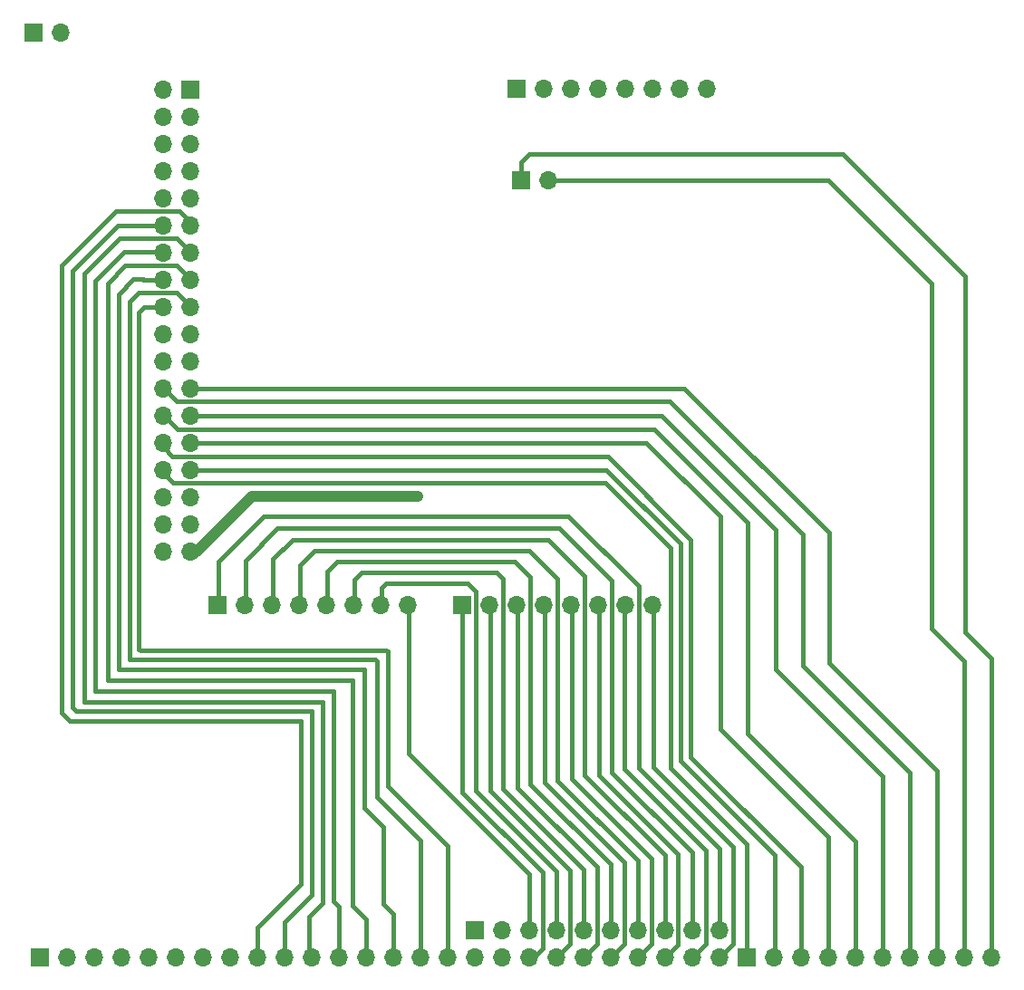
<source format=gbr>
%TF.GenerationSoftware,KiCad,Pcbnew,6.0.11+dfsg-1*%
%TF.CreationDate,2025-10-30T18:12:21+01:00*%
%TF.ProjectId,arduino,61726475-696e-46f2-9e6b-696361645f70,rev?*%
%TF.SameCoordinates,Original*%
%TF.FileFunction,Copper,L2,Bot*%
%TF.FilePolarity,Positive*%
%FSLAX46Y46*%
G04 Gerber Fmt 4.6, Leading zero omitted, Abs format (unit mm)*
G04 Created by KiCad (PCBNEW 6.0.11+dfsg-1) date 2025-10-30 18:12:21*
%MOMM*%
%LPD*%
G01*
G04 APERTURE LIST*
%TA.AperFunction,ComponentPad*%
%ADD10R,1.700000X1.700000*%
%TD*%
%TA.AperFunction,ComponentPad*%
%ADD11O,1.700000X1.700000*%
%TD*%
%TA.AperFunction,ViaPad*%
%ADD12C,1.000000*%
%TD*%
%TA.AperFunction,Conductor*%
%ADD13C,0.400000*%
%TD*%
%TA.AperFunction,Conductor*%
%ADD14C,1.000000*%
%TD*%
G04 APERTURE END LIST*
D10*
%TO.P,REF\u002A\u002A,1*%
%TO.N,N/C*%
X106822000Y-97892000D03*
D11*
%TO.P,REF\u002A\u002A,2*%
X109362000Y-97892000D03*
%TO.P,REF\u002A\u002A,3*%
X111902000Y-97892000D03*
%TO.P,REF\u002A\u002A,4*%
X114442000Y-97892000D03*
%TO.P,REF\u002A\u002A,5*%
X116982000Y-97892000D03*
%TO.P,REF\u002A\u002A,6*%
X119522000Y-97892000D03*
%TO.P,REF\u002A\u002A,7*%
X122062000Y-97892000D03*
%TO.P,REF\u002A\u002A,8*%
X124602000Y-97892000D03*
%TD*%
D10*
%TO.P,5V,1*%
%TO.N,N/C*%
X89611200Y-44348400D03*
D11*
%TO.P,5V,2*%
X92151200Y-44348400D03*
%TD*%
D10*
%TO.P,REF\u002A\u002A,1*%
%TO.N,N/C*%
X104287000Y-49672000D03*
D11*
%TO.P,REF\u002A\u002A,2*%
X101747000Y-49672000D03*
%TO.P,REF\u002A\u002A,3*%
X104287000Y-52212000D03*
%TO.P,REF\u002A\u002A,4*%
X101747000Y-52212000D03*
%TO.P,REF\u002A\u002A,5*%
X104287000Y-54752000D03*
%TO.P,REF\u002A\u002A,6*%
X101747000Y-54752000D03*
%TO.P,REF\u002A\u002A,7*%
X104287000Y-57292000D03*
%TO.P,REF\u002A\u002A,8*%
X101747000Y-57292000D03*
%TO.P,REF\u002A\u002A,9*%
X104287000Y-59832000D03*
%TO.P,REF\u002A\u002A,10*%
X101747000Y-59832000D03*
%TO.P,REF\u002A\u002A,11*%
X104287000Y-62372000D03*
%TO.P,REF\u002A\u002A,12*%
X101747000Y-62372000D03*
%TO.P,REF\u002A\u002A,13*%
X104287000Y-64912000D03*
%TO.P,REF\u002A\u002A,14*%
X101747000Y-64912000D03*
%TO.P,REF\u002A\u002A,15*%
X104287000Y-67452000D03*
%TO.P,REF\u002A\u002A,16*%
X101747000Y-67452000D03*
%TO.P,REF\u002A\u002A,17*%
X104287000Y-69992000D03*
%TO.P,REF\u002A\u002A,18*%
X101747000Y-69992000D03*
%TO.P,REF\u002A\u002A,19*%
X104287000Y-72532000D03*
%TO.P,REF\u002A\u002A,20*%
X101747000Y-72532000D03*
%TO.P,REF\u002A\u002A,21*%
X104287000Y-75072000D03*
%TO.P,REF\u002A\u002A,22*%
X101747000Y-75072000D03*
%TO.P,REF\u002A\u002A,23*%
X104287000Y-77612000D03*
%TO.P,REF\u002A\u002A,24*%
X101747000Y-77612000D03*
%TO.P,REF\u002A\u002A,25*%
X104287000Y-80152000D03*
%TO.P,REF\u002A\u002A,26*%
X101747000Y-80152000D03*
%TO.P,REF\u002A\u002A,27*%
X104287000Y-82692000D03*
%TO.P,REF\u002A\u002A,28*%
X101747000Y-82692000D03*
%TO.P,REF\u002A\u002A,29*%
X104287000Y-85232000D03*
%TO.P,REF\u002A\u002A,30*%
X101747000Y-85232000D03*
%TO.P,REF\u002A\u002A,31*%
X104287000Y-87772000D03*
%TO.P,REF\u002A\u002A,32*%
X101747000Y-87772000D03*
%TO.P,REF\u002A\u002A,33*%
X104287000Y-90312000D03*
%TO.P,REF\u002A\u002A,34*%
X101747000Y-90312000D03*
%TO.P,REF\u002A\u002A,35*%
X104287000Y-92852000D03*
%TO.P,REF\u002A\u002A,36*%
X101747000Y-92852000D03*
%TD*%
D10*
%TO.P,REF\u002A\u002A,1*%
%TO.N,N/C*%
X135128000Y-58166000D03*
D11*
%TO.P,REF\u002A\u002A,2*%
X137668000Y-58166000D03*
%TD*%
D10*
%TO.P,REF\u002A\u002A,1*%
%TO.N,N/C*%
X129682000Y-97892000D03*
D11*
%TO.P,REF\u002A\u002A,2*%
X132222000Y-97892000D03*
%TO.P,REF\u002A\u002A,3*%
X134762000Y-97892000D03*
%TO.P,REF\u002A\u002A,4*%
X137302000Y-97892000D03*
%TO.P,REF\u002A\u002A,5*%
X139842000Y-97892000D03*
%TO.P,REF\u002A\u002A,6*%
X142382000Y-97892000D03*
%TO.P,REF\u002A\u002A,7*%
X144922000Y-97892000D03*
%TO.P,REF\u002A\u002A,8*%
X147462000Y-97892000D03*
%TD*%
D10*
%TO.P,REF\u002A\u002A,1*%
%TO.N,N/C*%
X130810000Y-128270000D03*
D11*
%TO.P,REF\u002A\u002A,2*%
X130810000Y-130810000D03*
%TO.P,REF\u002A\u002A,3*%
X133350000Y-128270000D03*
%TO.P,REF\u002A\u002A,4*%
X133350000Y-130810000D03*
%TO.P,REF\u002A\u002A,5*%
X135890000Y-128270000D03*
%TO.P,REF\u002A\u002A,6*%
X135890000Y-130810000D03*
%TO.P,REF\u002A\u002A,7*%
X138430000Y-128270000D03*
%TO.P,REF\u002A\u002A,8*%
X138430000Y-130810000D03*
%TO.P,REF\u002A\u002A,9*%
X140970000Y-128270000D03*
%TO.P,REF\u002A\u002A,10*%
X140970000Y-130810000D03*
%TO.P,REF\u002A\u002A,11*%
X143510000Y-128270000D03*
%TO.P,REF\u002A\u002A,12*%
X143510000Y-130810000D03*
%TO.P,REF\u002A\u002A,13*%
X146050000Y-128270000D03*
%TO.P,REF\u002A\u002A,14*%
X146050000Y-130810000D03*
%TO.P,REF\u002A\u002A,15*%
X148590000Y-128270000D03*
%TO.P,REF\u002A\u002A,16*%
X148590000Y-130810000D03*
%TO.P,REF\u002A\u002A,17*%
X151130000Y-128270000D03*
%TO.P,REF\u002A\u002A,18*%
X151130000Y-130810000D03*
%TO.P,REF\u002A\u002A,19*%
X153670000Y-128270000D03*
%TO.P,REF\u002A\u002A,20*%
X153670000Y-130810000D03*
%TD*%
D10*
%TO.P,REF\u002A\u002A,1*%
%TO.N,N/C*%
X134762000Y-49632000D03*
D11*
%TO.P,REF\u002A\u002A,2*%
X137302000Y-49632000D03*
%TO.P,REF\u002A\u002A,3*%
X139842000Y-49632000D03*
%TO.P,REF\u002A\u002A,4*%
X142382000Y-49632000D03*
%TO.P,REF\u002A\u002A,5*%
X144922000Y-49632000D03*
%TO.P,REF\u002A\u002A,6*%
X147462000Y-49632000D03*
%TO.P,REF\u002A\u002A,7*%
X150002000Y-49632000D03*
%TO.P,REF\u002A\u002A,8*%
X152542000Y-49632000D03*
%TD*%
D10*
%TO.P,REF\u002A\u002A,1*%
%TO.N,N/C*%
X90170000Y-130810000D03*
D11*
%TO.P,REF\u002A\u002A,2*%
X92710000Y-130810000D03*
%TO.P,REF\u002A\u002A,3*%
X95250000Y-130810000D03*
%TO.P,REF\u002A\u002A,4*%
X97790000Y-130810000D03*
%TO.P,REF\u002A\u002A,5*%
X100330000Y-130810000D03*
%TO.P,REF\u002A\u002A,6*%
X102870000Y-130810000D03*
%TO.P,REF\u002A\u002A,7*%
X105410000Y-130810000D03*
%TO.P,REF\u002A\u002A,8*%
X107950000Y-130810000D03*
%TO.P,REF\u002A\u002A,9*%
X110490000Y-130810000D03*
%TO.P,REF\u002A\u002A,10*%
X113030000Y-130810000D03*
%TO.P,REF\u002A\u002A,11*%
X115570000Y-130810000D03*
%TO.P,REF\u002A\u002A,12*%
X118110000Y-130810000D03*
%TO.P,REF\u002A\u002A,13*%
X120650000Y-130810000D03*
%TO.P,REF\u002A\u002A,14*%
X123190000Y-130810000D03*
%TO.P,REF\u002A\u002A,15*%
X125730000Y-130810000D03*
%TO.P,REF\u002A\u002A,16*%
X128270000Y-130810000D03*
%TD*%
D10*
%TO.P,REF\u002A\u002A,1*%
%TO.N,N/C*%
X156210000Y-130810000D03*
D11*
%TO.P,REF\u002A\u002A,2*%
X158750000Y-130810000D03*
%TO.P,REF\u002A\u002A,3*%
X161290000Y-130810000D03*
%TO.P,REF\u002A\u002A,4*%
X163830000Y-130810000D03*
%TO.P,REF\u002A\u002A,5*%
X166370000Y-130810000D03*
%TO.P,REF\u002A\u002A,6*%
X168910000Y-130810000D03*
%TO.P,REF\u002A\u002A,7*%
X171450000Y-130810000D03*
%TO.P,REF\u002A\u002A,8*%
X173990000Y-130810000D03*
%TO.P,REF\u002A\u002A,9*%
X176530000Y-130810000D03*
%TO.P,REF\u002A\u002A,10*%
X179070000Y-130810000D03*
%TD*%
D12*
%TO.N,*%
X125476000Y-87757000D03*
%TD*%
D13*
%TO.N,*%
X129692400Y-115417600D02*
X137160000Y-122885200D01*
X138430000Y-128270000D02*
X138430000Y-122732800D01*
X142422800Y-113771600D02*
X149809200Y-121158000D01*
X123190000Y-126746000D02*
X123190000Y-130810000D01*
X143154400Y-85242400D02*
X150063200Y-92151200D01*
X116586000Y-125730000D02*
X115316000Y-127000000D01*
X115570000Y-124968000D02*
X113030000Y-127508000D01*
X98171000Y-66167000D02*
X96520000Y-67818000D01*
X171450000Y-113538000D02*
X161493200Y-103581200D01*
X138582400Y-114300000D02*
X138582400Y-95453200D01*
X149047200Y-78841600D02*
X103002000Y-78841600D01*
X142422800Y-97942400D02*
X142422800Y-113771600D01*
D14*
X104876600Y-92862400D02*
X109982000Y-87757000D01*
D13*
X101782800Y-80162400D02*
X103052800Y-81432400D01*
X132283200Y-113233200D02*
X132262800Y-113212800D01*
X138430000Y-130810000D02*
X139700000Y-129540000D01*
X99466400Y-70510400D02*
X99466400Y-102006400D01*
X94361000Y-106934000D02*
X116586000Y-106934000D01*
X101782800Y-82702400D02*
X101782800Y-83190000D01*
X151028400Y-91744800D02*
X151028400Y-112115600D01*
X146050000Y-130810000D02*
X147320000Y-129540000D01*
X143637000Y-95580200D02*
X138734800Y-90678000D01*
X93218000Y-66675000D02*
X93218000Y-107442000D01*
X168910000Y-113842800D02*
X168910000Y-130810000D01*
X129722800Y-97942400D02*
X129692400Y-97972800D01*
X111942800Y-93594000D02*
X113792000Y-91744800D01*
X93218000Y-107442000D02*
X93599000Y-107823000D01*
X153771600Y-89611200D02*
X153771600Y-109474000D01*
X122555000Y-102108000D02*
X122682000Y-102235000D01*
X132283200Y-115265200D02*
X132283200Y-113233200D01*
X98552000Y-102997000D02*
X121539000Y-102997000D01*
X149809200Y-129590800D02*
X148590000Y-130810000D01*
X156362400Y-109931200D02*
X166370000Y-119938800D01*
X176657000Y-100457000D02*
X179070000Y-102870000D01*
X114554000Y-123952000D02*
X110490000Y-128016000D01*
X147320000Y-129540000D02*
X147320000Y-121615200D01*
X103052800Y-81432400D02*
X147624800Y-81432400D01*
X148285200Y-80162400D02*
X158953200Y-90830400D01*
X146050000Y-128270000D02*
X146050000Y-121767600D01*
X141097000Y-95173800D02*
X141097000Y-113766600D01*
X137342800Y-114482800D02*
X144780000Y-121920000D01*
X179070000Y-102870000D02*
X179070000Y-130810000D01*
X122682000Y-114808000D02*
X128270000Y-120396000D01*
X104322800Y-64922400D02*
X103027400Y-63627000D01*
X133477000Y-115087400D02*
X140970000Y-122580400D01*
X92964000Y-108712000D02*
X114554000Y-108712000D01*
X147624800Y-81432400D02*
X156362400Y-90170000D01*
X144830800Y-113233200D02*
X144830800Y-98074400D01*
X153771600Y-109474000D02*
X163830000Y-119532400D01*
X124642800Y-111739600D02*
X124642800Y-97942400D01*
X109402800Y-93695600D02*
X109402800Y-97942400D01*
X110490000Y-128016000D02*
X110490000Y-130810000D01*
X138582400Y-95453200D02*
X135890000Y-92760800D01*
X141097000Y-113766600D02*
X148590000Y-121259600D01*
X133477000Y-95427800D02*
X133477000Y-115087400D01*
X153670000Y-130810000D02*
X154940000Y-129540000D01*
X118110000Y-126111000D02*
X118110000Y-130810000D01*
X121666000Y-103124000D02*
X121666000Y-115824000D01*
X148590000Y-121259600D02*
X148590000Y-128270000D01*
X117022800Y-97942400D02*
X117022800Y-94762400D01*
X93599000Y-107823000D02*
X115570000Y-107823000D01*
X96520000Y-104902000D02*
X119380000Y-104902000D01*
X143052800Y-86461600D02*
X149098000Y-92506800D01*
X95377000Y-67564000D02*
X95377000Y-105918000D01*
X134823200Y-114960400D02*
X134823200Y-111912400D01*
X114554000Y-108712000D02*
X114554000Y-123952000D01*
X97536000Y-103886000D02*
X120523000Y-103886000D01*
X116586000Y-106934000D02*
X116586000Y-125730000D01*
X158851600Y-121259600D02*
X158851600Y-130708400D01*
X103002000Y-68681600D02*
X99415600Y-68681600D01*
X103027400Y-63627000D02*
X97663000Y-63627000D01*
X121539000Y-102997000D02*
X121666000Y-103124000D01*
X143637000Y-113512600D02*
X143637000Y-95580200D01*
X117022800Y-94762400D02*
X118008400Y-93776800D01*
X135128000Y-58166000D02*
X135128000Y-56515000D01*
X140970000Y-130810000D02*
X142240000Y-129540000D01*
X146050000Y-121767600D02*
X138582400Y-114300000D01*
X101732000Y-64897000D02*
X98044000Y-64897000D01*
X119380000Y-104902000D02*
X119380000Y-125984000D01*
X120523000Y-103886000D02*
X120523000Y-116840000D01*
X138734800Y-90678000D02*
X112420400Y-90678000D01*
X128270000Y-120396000D02*
X128270000Y-130810000D01*
X173482000Y-100076000D02*
X173482000Y-67818000D01*
X97536000Y-68834000D02*
X97536000Y-103886000D01*
X98044000Y-64897000D02*
X95377000Y-67564000D01*
X101782800Y-62382400D02*
X97510600Y-62382400D01*
X125730000Y-119888000D02*
X125730000Y-130810000D01*
X151130000Y-121005600D02*
X143637000Y-113512600D01*
X137160000Y-129997200D02*
X136347200Y-130810000D01*
X137342800Y-97942400D02*
X137342800Y-114482800D01*
X176530000Y-103124000D02*
X173482000Y-100076000D01*
X111942800Y-97942400D02*
X111942800Y-93594000D01*
X166370000Y-119938800D02*
X166370000Y-130810000D01*
X111150400Y-89560400D02*
X139598400Y-89560400D01*
X152400000Y-120802400D02*
X144830800Y-113233200D01*
X176657000Y-67183000D02*
X176657000Y-100457000D01*
X102616000Y-86461600D02*
X143052800Y-86461600D01*
X158953200Y-90830400D02*
X158953200Y-103886000D01*
X146177000Y-96139000D02*
X146177000Y-113157000D01*
X163931600Y-91135200D02*
X150418800Y-77622400D01*
X171450000Y-130810000D02*
X171450000Y-113538000D01*
X119562800Y-97942400D02*
X119562800Y-95524400D01*
X149098000Y-113080800D02*
X156210000Y-120192800D01*
X101782800Y-64922400D02*
X101757400Y-64922400D01*
X165227000Y-55753000D02*
X176657000Y-67183000D01*
X98933000Y-67437000D02*
X97536000Y-68834000D01*
X102565200Y-83972400D02*
X143256000Y-83972400D01*
X154940000Y-129540000D02*
X154940000Y-120497600D01*
X143510000Y-122123200D02*
X143510000Y-128270000D01*
X163830000Y-58166000D02*
X137668000Y-58166000D01*
X104322800Y-70002400D02*
X103002000Y-68681600D01*
X135890000Y-128270000D02*
X135890000Y-122986800D01*
X103002000Y-78841600D02*
X101782800Y-77622400D01*
X150063200Y-92151200D02*
X150063200Y-112471200D01*
X120523000Y-116840000D02*
X122301000Y-118618000D01*
X161493200Y-103581200D02*
X161493200Y-91287600D01*
X139700000Y-129540000D02*
X139700000Y-122682000D01*
X139700000Y-122682000D02*
X132283200Y-115265200D01*
X92202000Y-66167000D02*
X92202000Y-107950000D01*
X113792000Y-91744800D02*
X137668000Y-91744800D01*
X104322800Y-82702400D02*
X146862800Y-82702400D01*
X142240000Y-129540000D02*
X142240000Y-122377200D01*
X147502800Y-113060400D02*
X147502800Y-97942400D01*
X120294400Y-94792800D02*
X132842000Y-94792800D01*
X97510600Y-62382400D02*
X93218000Y-66675000D01*
X143256000Y-83972400D02*
X151028400Y-91744800D01*
X115874800Y-92760800D02*
X114482800Y-94152800D01*
X156362400Y-90170000D02*
X156362400Y-109931200D01*
X99415600Y-68681600D02*
X98552000Y-69545200D01*
X129692400Y-97972800D02*
X129692400Y-115417600D01*
X94361000Y-66929000D02*
X94361000Y-106934000D01*
X163830000Y-119532400D02*
X163830000Y-130810000D01*
X173990000Y-130810000D02*
X173990000Y-113334800D01*
X151130000Y-128270000D02*
X151130000Y-121005600D01*
X122301000Y-125857000D02*
X123190000Y-126746000D01*
X101782800Y-67462400D02*
X99847400Y-67462400D01*
X122682000Y-102235000D02*
X122682000Y-114808000D01*
X136347200Y-130810000D02*
X135890000Y-130810000D01*
X96520000Y-67818000D02*
X96520000Y-104902000D01*
X99822000Y-67437000D02*
X98933000Y-67437000D01*
X132842000Y-94792800D02*
X133477000Y-95427800D01*
X173990000Y-113334800D02*
X163931600Y-103276400D01*
X132262800Y-113212800D02*
X132262800Y-97942400D01*
X121666000Y-115824000D02*
X125730000Y-119888000D01*
X118008400Y-93776800D02*
X134569200Y-93776800D01*
X142240000Y-122377200D02*
X134823200Y-114960400D01*
X92202000Y-107950000D02*
X92964000Y-108712000D01*
X161493200Y-91287600D02*
X149047200Y-78841600D01*
X115316000Y-127000000D02*
X115316000Y-130556000D01*
X140970000Y-122580400D02*
X140970000Y-128270000D01*
X153670000Y-120650000D02*
X153670000Y-128270000D01*
X134802800Y-111892000D02*
X134802800Y-97942400D01*
X104322800Y-67462400D02*
X103027400Y-66167000D01*
X101782800Y-83190000D02*
X102565200Y-83972400D01*
X115316000Y-130556000D02*
X115570000Y-130810000D01*
X158851600Y-130708400D02*
X158750000Y-130810000D01*
X130937000Y-96596200D02*
X130149600Y-95808800D01*
X136017000Y-114630200D02*
X143510000Y-122123200D01*
X99568000Y-102108000D02*
X122555000Y-102108000D01*
X117602000Y-125603000D02*
X118110000Y-126111000D01*
X95377000Y-105918000D02*
X117602000Y-105918000D01*
X173482000Y-67818000D02*
X163830000Y-58166000D01*
X163931600Y-103276400D02*
X163931600Y-91135200D01*
X130937000Y-115239800D02*
X130937000Y-96596200D01*
X137668000Y-91744800D02*
X141097000Y-95173800D01*
X104322800Y-62382400D02*
X104322800Y-62158800D01*
X135890000Y-122986800D02*
X124642800Y-111739600D01*
X136017000Y-95224600D02*
X136017000Y-114630200D01*
X106862800Y-93848000D02*
X111150400Y-89560400D01*
X104322800Y-62158800D02*
X103251000Y-61087000D01*
X151028400Y-112115600D02*
X161290000Y-122377200D01*
X120650000Y-127254000D02*
X120650000Y-130810000D01*
X119562800Y-95524400D02*
X120294400Y-94792800D01*
X98552000Y-69545200D02*
X98552000Y-102997000D01*
X114482800Y-94152800D02*
X114482800Y-97942400D01*
X130149600Y-95808800D02*
X122529600Y-95808800D01*
X150418800Y-77622400D02*
X104322800Y-77622400D01*
X156210000Y-120192800D02*
X156210000Y-130810000D01*
X103027400Y-66167000D02*
X98171000Y-66167000D01*
X144830800Y-98074400D02*
X144962800Y-97942400D01*
X101782800Y-85242400D02*
X101782800Y-85628400D01*
X138430000Y-122732800D02*
X130937000Y-115239800D01*
X154940000Y-120497600D02*
X147502800Y-113060400D01*
X149098000Y-92506800D02*
X149098000Y-113080800D01*
X122102800Y-96235600D02*
X122102800Y-97942400D01*
X135890000Y-55753000D02*
X165227000Y-55753000D01*
X122529600Y-95808800D02*
X122102800Y-96235600D01*
X104322800Y-80162400D02*
X148285200Y-80162400D01*
X99847400Y-67462400D02*
X99822000Y-67437000D01*
X134569200Y-93776800D02*
X136017000Y-95224600D01*
X99974400Y-70002400D02*
X99466400Y-70510400D01*
X101782800Y-85628400D02*
X102616000Y-86461600D01*
X139882800Y-114178000D02*
X139882800Y-97942400D01*
X144780000Y-121920000D02*
X144780000Y-129540000D01*
X106862800Y-97942400D02*
X106862800Y-93848000D01*
X135890000Y-92760800D02*
X115874800Y-92760800D01*
X139598400Y-89560400D02*
X146177000Y-96139000D01*
X149809200Y-121158000D02*
X149809200Y-129590800D01*
X176530000Y-130810000D02*
X176530000Y-103124000D01*
X161290000Y-122377200D02*
X161290000Y-130810000D01*
X103251000Y-61087000D02*
X97282000Y-61087000D01*
X113030000Y-127508000D02*
X113030000Y-130810000D01*
X137160000Y-122885200D02*
X137160000Y-129997200D01*
X99466400Y-102006400D02*
X99568000Y-102108000D01*
X104322800Y-85242400D02*
X143154400Y-85242400D01*
X101757400Y-64922400D02*
X101732000Y-64897000D01*
X135128000Y-56515000D02*
X135890000Y-55753000D01*
X134823200Y-111912400D02*
X134802800Y-111892000D01*
X97282000Y-61087000D02*
X92202000Y-66167000D01*
X144780000Y-129540000D02*
X143510000Y-130810000D01*
X150063200Y-112471200D02*
X158851600Y-121259600D01*
X119380000Y-125984000D02*
X120650000Y-127254000D01*
X122301000Y-118618000D02*
X122301000Y-125857000D01*
X117602000Y-105918000D02*
X117602000Y-125603000D01*
X146177000Y-113157000D02*
X153670000Y-120650000D01*
X158953200Y-103886000D02*
X168910000Y-113842800D01*
X147320000Y-121615200D02*
X139882800Y-114178000D01*
X104322800Y-92862400D02*
X104876600Y-92862400D01*
X101782800Y-70002400D02*
X99974400Y-70002400D01*
X115570000Y-107823000D02*
X115570000Y-124968000D01*
X152400000Y-129540000D02*
X152400000Y-120802400D01*
X146862800Y-82702400D02*
X153771600Y-89611200D01*
D14*
X109982000Y-87757000D02*
X125476000Y-87757000D01*
D13*
X97663000Y-63627000D02*
X94361000Y-66929000D01*
X112420400Y-90678000D02*
X109402800Y-93695600D01*
X151130000Y-130810000D02*
X152400000Y-129540000D01*
%TD*%
M02*

</source>
